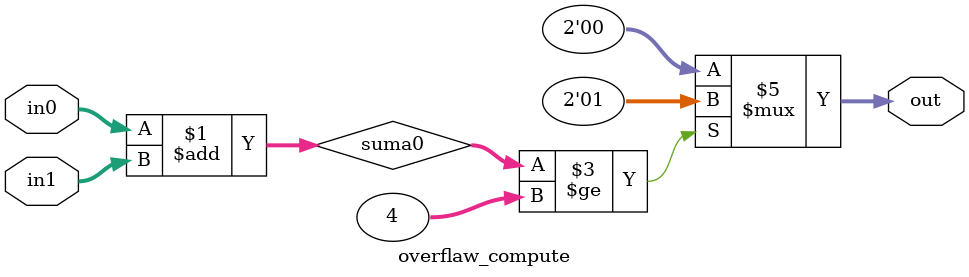
<source format=v>
module overflaw_compute
(
    input wire [1:0]in0,
    input wire [1:0] in1,
    output reg [1:0]out
);

wire [2:0]suma0;
assign suma0=in0+in1;

always @ (*) 
begin
    if(suma0>=4)
    begin
        out=1;
    end
    else
    begin
        out=0;
    end
end
endmodule

//in loc de toata aia cu if mergea assigng overflow= suma0[2], pe linia 10
//explicatie: suma0[2] e bitul 2, gen e ala care are 4+, 2 la a 2a. 
</source>
